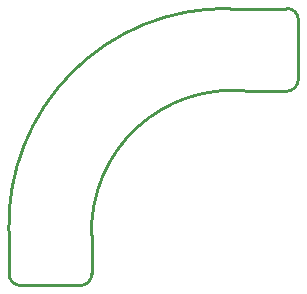
<source format=gko>
G04*
G04 #@! TF.GenerationSoftware,Altium Limited,Altium Designer,18.1.7 (191)*
G04*
G04 Layer_Color=16711935*
%FSLAX44Y44*%
%MOMM*%
G71*
G01*
G75*
%ADD23C,0.2540*%
D23*
X221844Y234500D02*
G03*
X34936Y46086I-3367J-183574D01*
G01*
X237500Y164500D02*
G03*
X105000Y42500I-13303J-118504D01*
G01*
X280000Y225500D02*
G03*
X270000Y234500I-9500J-500D01*
G01*
Y164500D02*
G03*
X280000Y174500I0J10000D01*
G01*
X35000Y10000D02*
G03*
X45000Y0I10000J0D01*
G01*
X96000D02*
G03*
X105000Y10000I-500J9500D01*
G01*
X34936Y46086D02*
X35000Y40403D01*
X237500Y164500D02*
X270000D01*
X221844Y234500D02*
X270000D01*
X280000Y174500D02*
Y225500D01*
X45000Y0D02*
X96000D01*
X105000Y10000D02*
Y42500D01*
X35000Y10000D02*
Y40403D01*
M02*

</source>
